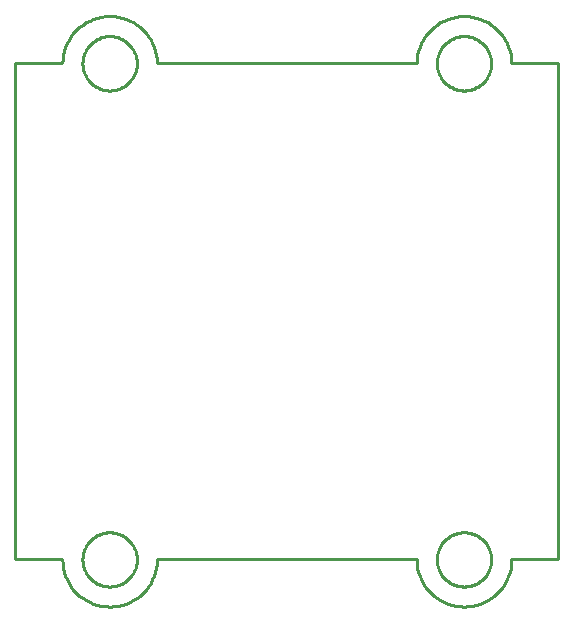
<source format=gbr>
G04 EAGLE Gerber RS-274X export*
G75*
%MOMM*%
%FSLAX34Y34*%
%LPD*%
%IN*%
%IPPOS*%
%AMOC8*
5,1,8,0,0,1.08239X$1,22.5*%
G01*
%ADD10C,0.254000*%


D10*
X-230000Y-210000D02*
X-190000Y-210000D01*
X-189848Y-213486D01*
X-189392Y-216946D01*
X-188637Y-220353D01*
X-187588Y-223681D01*
X-186252Y-226905D01*
X-184641Y-230000D01*
X-182766Y-232943D01*
X-180642Y-235712D01*
X-178284Y-238284D01*
X-175712Y-240642D01*
X-172943Y-242766D01*
X-170000Y-244641D01*
X-166905Y-246252D01*
X-163681Y-247588D01*
X-160353Y-248637D01*
X-156946Y-249392D01*
X-153486Y-249848D01*
X-150000Y-250000D01*
X-146514Y-249848D01*
X-143054Y-249392D01*
X-139647Y-248637D01*
X-136319Y-247588D01*
X-133095Y-246252D01*
X-130000Y-244641D01*
X-127057Y-242766D01*
X-124289Y-240642D01*
X-121716Y-238284D01*
X-119358Y-235712D01*
X-117234Y-232943D01*
X-115359Y-230000D01*
X-113748Y-226905D01*
X-112412Y-223681D01*
X-111363Y-220353D01*
X-110608Y-216946D01*
X-110152Y-213486D01*
X-110000Y-210000D01*
X110000Y-210000D01*
X110152Y-213486D01*
X110608Y-216946D01*
X111363Y-220353D01*
X112412Y-223681D01*
X113748Y-226905D01*
X115359Y-230000D01*
X117234Y-232943D01*
X119358Y-235712D01*
X121716Y-238284D01*
X124289Y-240642D01*
X127057Y-242766D01*
X130000Y-244641D01*
X133095Y-246252D01*
X136319Y-247588D01*
X139647Y-248637D01*
X143054Y-249392D01*
X146514Y-249848D01*
X150000Y-250000D01*
X153486Y-249848D01*
X156946Y-249392D01*
X160353Y-248637D01*
X163681Y-247588D01*
X166905Y-246252D01*
X170000Y-244641D01*
X172943Y-242766D01*
X175712Y-240642D01*
X178284Y-238284D01*
X180642Y-235712D01*
X182766Y-232943D01*
X184641Y-230000D01*
X186252Y-226905D01*
X187588Y-223681D01*
X188637Y-220353D01*
X189392Y-216946D01*
X189848Y-213486D01*
X190000Y-210000D01*
X230000Y-210000D01*
X230000Y210000D01*
X190000Y210000D01*
X189848Y213486D01*
X189392Y216946D01*
X188637Y220353D01*
X187588Y223681D01*
X186252Y226905D01*
X184641Y230000D01*
X182766Y232943D01*
X180642Y235712D01*
X178284Y238284D01*
X175712Y240642D01*
X172943Y242766D01*
X170000Y244641D01*
X166905Y246252D01*
X163681Y247588D01*
X160353Y248637D01*
X156946Y249392D01*
X153486Y249848D01*
X150000Y250000D01*
X146514Y249848D01*
X143054Y249392D01*
X139647Y248637D01*
X136319Y247588D01*
X133095Y246252D01*
X130000Y244641D01*
X127057Y242766D01*
X124289Y240642D01*
X121716Y238284D01*
X119358Y235712D01*
X117234Y232943D01*
X115359Y230000D01*
X113748Y226905D01*
X112412Y223681D01*
X111363Y220353D01*
X110608Y216946D01*
X110152Y213486D01*
X110000Y210000D01*
X-110000Y210000D01*
X-110152Y213486D01*
X-110608Y216946D01*
X-111363Y220353D01*
X-112412Y223681D01*
X-113748Y226905D01*
X-115359Y230000D01*
X-117234Y232943D01*
X-119358Y235712D01*
X-121716Y238284D01*
X-124289Y240642D01*
X-127057Y242766D01*
X-130000Y244641D01*
X-133095Y246252D01*
X-136319Y247588D01*
X-139647Y248637D01*
X-143054Y249392D01*
X-146514Y249848D01*
X-150000Y250000D01*
X-153486Y249848D01*
X-156946Y249392D01*
X-160353Y248637D01*
X-163681Y247588D01*
X-166905Y246252D01*
X-170000Y244641D01*
X-172943Y242766D01*
X-175712Y240642D01*
X-178284Y238284D01*
X-180642Y235712D01*
X-182766Y232943D01*
X-184641Y230000D01*
X-186252Y226905D01*
X-187588Y223681D01*
X-188637Y220353D01*
X-189392Y216946D01*
X-189848Y213486D01*
X-190000Y210000D01*
X-230000Y210000D01*
X-230000Y-210000D01*
X-127000Y209355D02*
X-127000Y210645D01*
X-127072Y211934D01*
X-127217Y213216D01*
X-127433Y214489D01*
X-127720Y215747D01*
X-128078Y216987D01*
X-128504Y218206D01*
X-128998Y219398D01*
X-129558Y220561D01*
X-130182Y221690D01*
X-130869Y222783D01*
X-131616Y223836D01*
X-132420Y224845D01*
X-133280Y225807D01*
X-134193Y226720D01*
X-135155Y227580D01*
X-136164Y228384D01*
X-137217Y229131D01*
X-138310Y229818D01*
X-139439Y230442D01*
X-140602Y231002D01*
X-141794Y231496D01*
X-143013Y231922D01*
X-144253Y232280D01*
X-145511Y232567D01*
X-146784Y232783D01*
X-148066Y232928D01*
X-149355Y233000D01*
X-150645Y233000D01*
X-151934Y232928D01*
X-153216Y232783D01*
X-154489Y232567D01*
X-155747Y232280D01*
X-156987Y231922D01*
X-158206Y231496D01*
X-159398Y231002D01*
X-160561Y230442D01*
X-161690Y229818D01*
X-162783Y229131D01*
X-163836Y228384D01*
X-164845Y227580D01*
X-165807Y226720D01*
X-166720Y225807D01*
X-167580Y224845D01*
X-168384Y223836D01*
X-169131Y222783D01*
X-169818Y221690D01*
X-170442Y220561D01*
X-171002Y219398D01*
X-171496Y218206D01*
X-171922Y216987D01*
X-172280Y215747D01*
X-172567Y214489D01*
X-172783Y213216D01*
X-172928Y211934D01*
X-173000Y210645D01*
X-173000Y209355D01*
X-172928Y208066D01*
X-172783Y206784D01*
X-172567Y205511D01*
X-172280Y204253D01*
X-171922Y203013D01*
X-171496Y201794D01*
X-171002Y200602D01*
X-170442Y199439D01*
X-169818Y198310D01*
X-169131Y197217D01*
X-168384Y196164D01*
X-167580Y195155D01*
X-166720Y194193D01*
X-165807Y193280D01*
X-164845Y192420D01*
X-163836Y191616D01*
X-162783Y190869D01*
X-161690Y190182D01*
X-160561Y189558D01*
X-159398Y188998D01*
X-158206Y188504D01*
X-156987Y188078D01*
X-155747Y187720D01*
X-154489Y187433D01*
X-153216Y187217D01*
X-151934Y187072D01*
X-150645Y187000D01*
X-149355Y187000D01*
X-148066Y187072D01*
X-146784Y187217D01*
X-145511Y187433D01*
X-144253Y187720D01*
X-143013Y188078D01*
X-141794Y188504D01*
X-140602Y188998D01*
X-139439Y189558D01*
X-138310Y190182D01*
X-137217Y190869D01*
X-136164Y191616D01*
X-135155Y192420D01*
X-134193Y193280D01*
X-133280Y194193D01*
X-132420Y195155D01*
X-131616Y196164D01*
X-130869Y197217D01*
X-130182Y198310D01*
X-129558Y199439D01*
X-128998Y200602D01*
X-128504Y201794D01*
X-128078Y203013D01*
X-127720Y204253D01*
X-127433Y205511D01*
X-127217Y206784D01*
X-127072Y208066D01*
X-127000Y209355D01*
X173000Y209355D02*
X173000Y210645D01*
X172928Y211934D01*
X172783Y213216D01*
X172567Y214489D01*
X172280Y215747D01*
X171922Y216987D01*
X171496Y218206D01*
X171002Y219398D01*
X170442Y220561D01*
X169818Y221690D01*
X169131Y222783D01*
X168384Y223836D01*
X167580Y224845D01*
X166720Y225807D01*
X165807Y226720D01*
X164845Y227580D01*
X163836Y228384D01*
X162783Y229131D01*
X161690Y229818D01*
X160561Y230442D01*
X159398Y231002D01*
X158206Y231496D01*
X156987Y231922D01*
X155747Y232280D01*
X154489Y232567D01*
X153216Y232783D01*
X151934Y232928D01*
X150645Y233000D01*
X149355Y233000D01*
X148066Y232928D01*
X146784Y232783D01*
X145511Y232567D01*
X144253Y232280D01*
X143013Y231922D01*
X141794Y231496D01*
X140602Y231002D01*
X139439Y230442D01*
X138310Y229818D01*
X137217Y229131D01*
X136164Y228384D01*
X135155Y227580D01*
X134193Y226720D01*
X133280Y225807D01*
X132420Y224845D01*
X131616Y223836D01*
X130869Y222783D01*
X130182Y221690D01*
X129558Y220561D01*
X128998Y219398D01*
X128504Y218206D01*
X128078Y216987D01*
X127720Y215747D01*
X127433Y214489D01*
X127217Y213216D01*
X127072Y211934D01*
X127000Y210645D01*
X127000Y209355D01*
X127072Y208066D01*
X127217Y206784D01*
X127433Y205511D01*
X127720Y204253D01*
X128078Y203013D01*
X128504Y201794D01*
X128998Y200602D01*
X129558Y199439D01*
X130182Y198310D01*
X130869Y197217D01*
X131616Y196164D01*
X132420Y195155D01*
X133280Y194193D01*
X134193Y193280D01*
X135155Y192420D01*
X136164Y191616D01*
X137217Y190869D01*
X138310Y190182D01*
X139439Y189558D01*
X140602Y188998D01*
X141794Y188504D01*
X143013Y188078D01*
X144253Y187720D01*
X145511Y187433D01*
X146784Y187217D01*
X148066Y187072D01*
X149355Y187000D01*
X150645Y187000D01*
X151934Y187072D01*
X153216Y187217D01*
X154489Y187433D01*
X155747Y187720D01*
X156987Y188078D01*
X158206Y188504D01*
X159398Y188998D01*
X160561Y189558D01*
X161690Y190182D01*
X162783Y190869D01*
X163836Y191616D01*
X164845Y192420D01*
X165807Y193280D01*
X166720Y194193D01*
X167580Y195155D01*
X168384Y196164D01*
X169131Y197217D01*
X169818Y198310D01*
X170442Y199439D01*
X171002Y200602D01*
X171496Y201794D01*
X171922Y203013D01*
X172280Y204253D01*
X172567Y205511D01*
X172783Y206784D01*
X172928Y208066D01*
X173000Y209355D01*
X173000Y-210645D02*
X173000Y-209355D01*
X172928Y-208066D01*
X172783Y-206784D01*
X172567Y-205511D01*
X172280Y-204253D01*
X171922Y-203013D01*
X171496Y-201794D01*
X171002Y-200602D01*
X170442Y-199439D01*
X169818Y-198310D01*
X169131Y-197217D01*
X168384Y-196164D01*
X167580Y-195155D01*
X166720Y-194193D01*
X165807Y-193280D01*
X164845Y-192420D01*
X163836Y-191616D01*
X162783Y-190869D01*
X161690Y-190182D01*
X160561Y-189558D01*
X159398Y-188998D01*
X158206Y-188504D01*
X156987Y-188078D01*
X155747Y-187720D01*
X154489Y-187433D01*
X153216Y-187217D01*
X151934Y-187072D01*
X150645Y-187000D01*
X149355Y-187000D01*
X148066Y-187072D01*
X146784Y-187217D01*
X145511Y-187433D01*
X144253Y-187720D01*
X143013Y-188078D01*
X141794Y-188504D01*
X140602Y-188998D01*
X139439Y-189558D01*
X138310Y-190182D01*
X137217Y-190869D01*
X136164Y-191616D01*
X135155Y-192420D01*
X134193Y-193280D01*
X133280Y-194193D01*
X132420Y-195155D01*
X131616Y-196164D01*
X130869Y-197217D01*
X130182Y-198310D01*
X129558Y-199439D01*
X128998Y-200602D01*
X128504Y-201794D01*
X128078Y-203013D01*
X127720Y-204253D01*
X127433Y-205511D01*
X127217Y-206784D01*
X127072Y-208066D01*
X127000Y-209355D01*
X127000Y-210645D01*
X127072Y-211934D01*
X127217Y-213216D01*
X127433Y-214489D01*
X127720Y-215747D01*
X128078Y-216987D01*
X128504Y-218206D01*
X128998Y-219398D01*
X129558Y-220561D01*
X130182Y-221690D01*
X130869Y-222783D01*
X131616Y-223836D01*
X132420Y-224845D01*
X133280Y-225807D01*
X134193Y-226720D01*
X135155Y-227580D01*
X136164Y-228384D01*
X137217Y-229131D01*
X138310Y-229818D01*
X139439Y-230442D01*
X140602Y-231002D01*
X141794Y-231496D01*
X143013Y-231922D01*
X144253Y-232280D01*
X145511Y-232567D01*
X146784Y-232783D01*
X148066Y-232928D01*
X149355Y-233000D01*
X150645Y-233000D01*
X151934Y-232928D01*
X153216Y-232783D01*
X154489Y-232567D01*
X155747Y-232280D01*
X156987Y-231922D01*
X158206Y-231496D01*
X159398Y-231002D01*
X160561Y-230442D01*
X161690Y-229818D01*
X162783Y-229131D01*
X163836Y-228384D01*
X164845Y-227580D01*
X165807Y-226720D01*
X166720Y-225807D01*
X167580Y-224845D01*
X168384Y-223836D01*
X169131Y-222783D01*
X169818Y-221690D01*
X170442Y-220561D01*
X171002Y-219398D01*
X171496Y-218206D01*
X171922Y-216987D01*
X172280Y-215747D01*
X172567Y-214489D01*
X172783Y-213216D01*
X172928Y-211934D01*
X173000Y-210645D01*
X-127000Y-210645D02*
X-127000Y-209355D01*
X-127072Y-208066D01*
X-127217Y-206784D01*
X-127433Y-205511D01*
X-127720Y-204253D01*
X-128078Y-203013D01*
X-128504Y-201794D01*
X-128998Y-200602D01*
X-129558Y-199439D01*
X-130182Y-198310D01*
X-130869Y-197217D01*
X-131616Y-196164D01*
X-132420Y-195155D01*
X-133280Y-194193D01*
X-134193Y-193280D01*
X-135155Y-192420D01*
X-136164Y-191616D01*
X-137217Y-190869D01*
X-138310Y-190182D01*
X-139439Y-189558D01*
X-140602Y-188998D01*
X-141794Y-188504D01*
X-143013Y-188078D01*
X-144253Y-187720D01*
X-145511Y-187433D01*
X-146784Y-187217D01*
X-148066Y-187072D01*
X-149355Y-187000D01*
X-150645Y-187000D01*
X-151934Y-187072D01*
X-153216Y-187217D01*
X-154489Y-187433D01*
X-155747Y-187720D01*
X-156987Y-188078D01*
X-158206Y-188504D01*
X-159398Y-188998D01*
X-160561Y-189558D01*
X-161690Y-190182D01*
X-162783Y-190869D01*
X-163836Y-191616D01*
X-164845Y-192420D01*
X-165807Y-193280D01*
X-166720Y-194193D01*
X-167580Y-195155D01*
X-168384Y-196164D01*
X-169131Y-197217D01*
X-169818Y-198310D01*
X-170442Y-199439D01*
X-171002Y-200602D01*
X-171496Y-201794D01*
X-171922Y-203013D01*
X-172280Y-204253D01*
X-172567Y-205511D01*
X-172783Y-206784D01*
X-172928Y-208066D01*
X-173000Y-209355D01*
X-173000Y-210645D01*
X-172928Y-211934D01*
X-172783Y-213216D01*
X-172567Y-214489D01*
X-172280Y-215747D01*
X-171922Y-216987D01*
X-171496Y-218206D01*
X-171002Y-219398D01*
X-170442Y-220561D01*
X-169818Y-221690D01*
X-169131Y-222783D01*
X-168384Y-223836D01*
X-167580Y-224845D01*
X-166720Y-225807D01*
X-165807Y-226720D01*
X-164845Y-227580D01*
X-163836Y-228384D01*
X-162783Y-229131D01*
X-161690Y-229818D01*
X-160561Y-230442D01*
X-159398Y-231002D01*
X-158206Y-231496D01*
X-156987Y-231922D01*
X-155747Y-232280D01*
X-154489Y-232567D01*
X-153216Y-232783D01*
X-151934Y-232928D01*
X-150645Y-233000D01*
X-149355Y-233000D01*
X-148066Y-232928D01*
X-146784Y-232783D01*
X-145511Y-232567D01*
X-144253Y-232280D01*
X-143013Y-231922D01*
X-141794Y-231496D01*
X-140602Y-231002D01*
X-139439Y-230442D01*
X-138310Y-229818D01*
X-137217Y-229131D01*
X-136164Y-228384D01*
X-135155Y-227580D01*
X-134193Y-226720D01*
X-133280Y-225807D01*
X-132420Y-224845D01*
X-131616Y-223836D01*
X-130869Y-222783D01*
X-130182Y-221690D01*
X-129558Y-220561D01*
X-128998Y-219398D01*
X-128504Y-218206D01*
X-128078Y-216987D01*
X-127720Y-215747D01*
X-127433Y-214489D01*
X-127217Y-213216D01*
X-127072Y-211934D01*
X-127000Y-210645D01*
M02*

</source>
